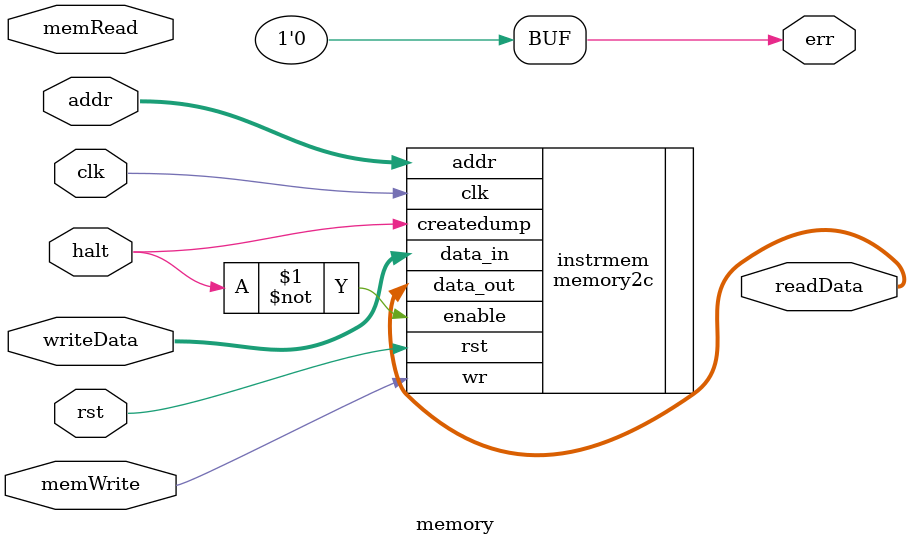
<source format=v>
module memory (clk, rst, addr, writeData, halt, memWrite, memRead, readData, err);

    input clk, rst;
    input [15:0] addr, writeData;
    input memWrite, memRead, halt;

    output [15:0] readData;
    output err;

    assign err = 1'b0;

    memory2c instrmem(.data_out(readData), .data_in(writeData), .addr(addr), .enable(~halt), .wr(memWrite), .createdump(halt), .clk(clk), .rst(rst));

endmodule

</source>
